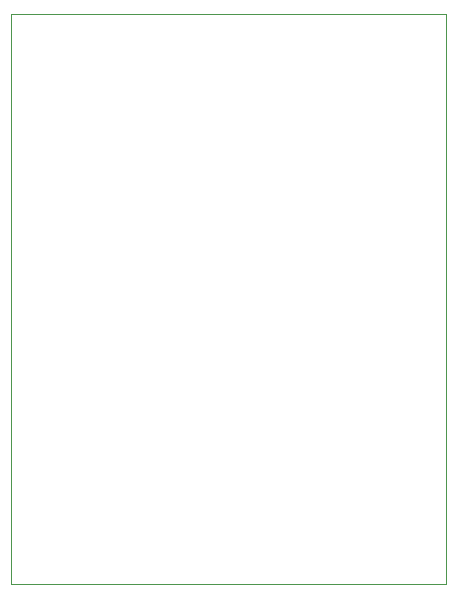
<source format=gbr>
G04 #@! TF.GenerationSoftware,KiCad,Pcbnew,(5.1.2-1)-1*
G04 #@! TF.CreationDate,2019-07-09T21:50:50+10:00*
G04 #@! TF.ProjectId,b2,62322e6b-6963-4616-945f-706362585858,rev?*
G04 #@! TF.SameCoordinates,Original*
G04 #@! TF.FileFunction,Profile,NP*
%FSLAX46Y46*%
G04 Gerber Fmt 4.6, Leading zero omitted, Abs format (unit mm)*
G04 Created by KiCad (PCBNEW (5.1.2-1)-1) date 2019-07-09 21:50:50*
%MOMM*%
%LPD*%
G04 APERTURE LIST*
%ADD10C,0.050000*%
G04 APERTURE END LIST*
D10*
X39370000Y-106680000D02*
X39370000Y-58420000D01*
X76200000Y-106680000D02*
X39370000Y-106680000D01*
X76200000Y-58420000D02*
X76200000Y-106680000D01*
X39370000Y-58420000D02*
X76200000Y-58420000D01*
M02*

</source>
